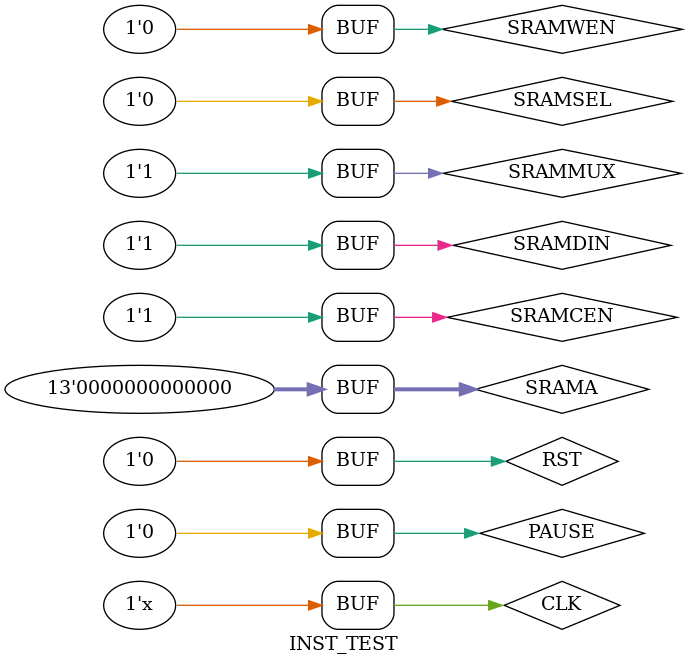
<source format=v>
`timescale 10ns / 1ps


module INST_TEST(
    );
    
    reg CLK; //10M
    reg RST;
    reg PAUSE;
    reg SRAMSEL;
    reg [12:0]SRAMA;
    reg SRAMMUX;
    reg SRAMCEN;
    reg SRAMWEN;
    reg SRAMDIN;
    wire SRAMDOUT;
    
    always #5 CLK=~CLK;
    initial begin
        CLK = 0;
        RST = 1;
        PAUSE = 0;
        SRAMSEL = 0;
        SRAMA = 0;
        SRAMMUX = 1;
        SRAMCEN = 1;
        SRAMWEN = 0;
        SRAMDIN = 1;
        #200 RST = 0;
    end
    TOP #(.DATASRAM_ADDRWIDTH(13),.DATASRAM_DATAWIDTH(32),.INSTSRAM_ADDRWIDTH(11),.INSTSRAM_DATAWIDTH(16))
    TOP (CLK, RST, PAUSE, SRAMSEL, SRAMA, SRAMMUX, SRAMCEN, SRAMWEN, SRAMDIN, SRAMDOUT);
    
endmodule

</source>
